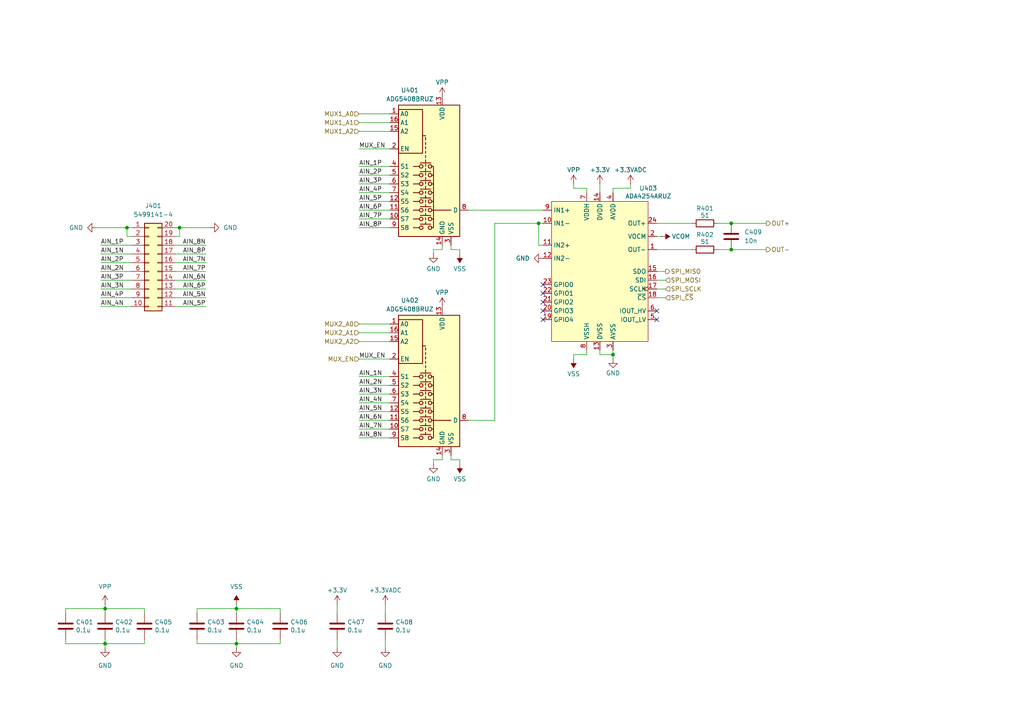
<source format=kicad_sch>
(kicad_sch (version 20231120) (generator "eeschema") (generator_version "8.0")
  (paper "A4")
  (lib_symbols
    (symbol "Analog_Switch:ADG1408YRUZ"
      (property "Reference" "U" (at -7.62 23.495 0))
      (property "Value" "ADG1408YRUZ" (at -7.62 21.59 0))
      (symbol "ADG1408YRUZ_0_0"
        (pin power_in line (at 5.08 -20.32 90) (length 2.54) (name "GND") (number "14"))
      )
      (symbol "ADG1408YRUZ_0_1"
        (rectangle (start -7.62 6.35) (end -0.635 19.05) (stroke (width 0.254)))
        (rectangle (start -7.62 20.32) (end 10.16 -17.78) (stroke (width 0.254)) (fill (type background)))
        (circle (center -1.016 -15.24) (radius 0.508) (stroke (width 0.254)))
        (circle (center -1.016 -12.7) (radius 0.508) (stroke (width 0.254)))
        (circle (center -1.016 -10.16) (radius 0.508) (stroke (width 0.254)))
        (circle (center -1.016 -7.62) (radius 0.508) (stroke (width 0.254)))
        (circle (center -1.016 -5.08) (radius 0.508) (stroke (width 0.254)))
        (circle (center -1.016 -2.54) (radius 0.508) (stroke (width 0.254)))
        (circle (center -1.016 0) (radius 0.508) (stroke (width 0.254)))
        (circle (center -1.016 2.54) (radius 0.508) (stroke (width 0.254)))
        (polyline (pts (xy -1.524 -15.24) (xy -3.302 -15.24)) (stroke (width 0.254)))
        (polyline (pts (xy -1.524 -12.7) (xy -3.302 -12.7)) (stroke (width 0.254)))
        (polyline (pts (xy -1.524 -10.16) (xy -3.302 -10.16)) (stroke (width 0.254)))
        (polyline (pts (xy -1.524 -7.62) (xy -3.302 -7.62)) (stroke (width 0.254)))
        (polyline (pts (xy -1.524 -5.08) (xy -3.302 -5.08)) (stroke (width 0.254)))
        (polyline (pts (xy -1.524 -2.54) (xy -3.302 -2.54)) (stroke (width 0.254)))
        (polyline (pts (xy -1.524 0) (xy -3.302 0)) (stroke (width 0.254)))
        (polyline (pts (xy -1.524 2.54) (xy -3.302 2.54)) (stroke (width 0.254)))
        (polyline (pts (xy -1.27 -14.224) (xy 1.778 -14.224)) (stroke (width 0.254)))
        (polyline (pts (xy -1.27 -11.684) (xy 1.778 -11.684)) (stroke (width 0.254)))
        (polyline (pts (xy -1.27 -9.144) (xy 1.778 -9.144)) (stroke (width 0.254)))
        (polyline (pts (xy -1.27 -6.604) (xy 1.778 -6.604)) (stroke (width 0.254)))
        (polyline (pts (xy -1.27 -4.064) (xy 1.778 -4.064)) (stroke (width 0.254)))
        (polyline (pts (xy -1.27 -1.524) (xy 1.778 -1.524)) (stroke (width 0.254)))
        (polyline (pts (xy -1.27 1.016) (xy 1.778 1.016)) (stroke (width 0.254)))
        (polyline (pts (xy -1.27 3.556) (xy 1.778 3.556)) (stroke (width 0.254)))
        (polyline (pts (xy -0.635 11.43) (xy 0 11.43)) (stroke (width 0.254)))
        (polyline (pts (xy 0.254 -14.224) (xy 0.254 -13.589)) (stroke (width 0.254)))
        (polyline (pts (xy 0.254 -12.954) (xy 0.254 -12.319)) (stroke (width 0.254)))
        (polyline (pts (xy 0.254 -11.684) (xy 0.254 -11.049)) (stroke (width 0.254)))
        (polyline (pts (xy 0.254 -10.414) (xy 0.254 -9.779)) (stroke (width 0.254)))
        (polyline (pts (xy 0.254 -9.144) (xy 0.254 -8.509)) (stroke (width 0.254)))
        (polyline (pts (xy 0.254 -7.874) (xy 0.254 -7.239)) (stroke (width 0.254)))
        (polyline (pts (xy 0.254 -6.604) (xy 0.254 -5.969)) (stroke (width 0.254)))
        (polyline (pts (xy 0.254 -6.604) (xy 0.254 -5.969)) (stroke (width 0.254)))
        (polyline (pts (xy 0.254 -5.334) (xy 0.254 -4.699)) (stroke (width 0.254)))
        (polyline (pts (xy 0.254 -3.81) (xy 0.254 -3.175)) (stroke (width 0.254)))
        (polyline (pts (xy 0.254 -2.54) (xy 0.254 -1.905)) (stroke (width 0.254)))
        (polyline (pts (xy 0.254 -1.27) (xy 0.254 -0.635)) (stroke (width 0.254)))
        (polyline (pts (xy 0.254 0) (xy 0.254 0.635)) (stroke (width 0.254)))
        (polyline (pts (xy 0.254 1.27) (xy 0.254 1.905)) (stroke (width 0.254)))
        (polyline (pts (xy 0.254 2.54) (xy 0.254 3.175)) (stroke (width 0.254)))
        (polyline (pts (xy 0.254 3.81) (xy 0.254 4.445)) (stroke (width 0.254)))
        (polyline (pts (xy 0.254 5.08) (xy 0.254 5.715)) (stroke (width 0.254)))
        (polyline (pts (xy 0.254 6.35) (xy 0.254 6.985)) (stroke (width 0.254)))
        (polyline (pts (xy 0.254 7.62) (xy 0.254 8.255)) (stroke (width 0.254)))
        (polyline (pts (xy 0.254 8.89) (xy 0.254 9.525)) (stroke (width 0.254)))
        (polyline (pts (xy 0.254 10.16) (xy 0.254 10.922)) (stroke (width 0.254)))
        (polyline (pts (xy 0.254 11.43) (xy 0 11.43)) (stroke (width 0.254)))
        (polyline (pts (xy 2.032 -12.7) (xy 2.54 -12.7)) (stroke (width 0.254)))
        (polyline (pts (xy 2.032 -10.16) (xy 2.54 -10.16)) (stroke (width 0.254)))
        (polyline (pts (xy 2.032 -7.62) (xy 2.54 -7.62)) (stroke (width 0.254)))
        (polyline (pts (xy 2.032 -5.08) (xy 2.54 -5.08)) (stroke (width 0.254)))
        (polyline (pts (xy 2.032 -2.54) (xy 2.54 -2.54)) (stroke (width 0.254)))
        (polyline (pts (xy 2.032 0) (xy 2.54 0)) (stroke (width 0.254)))
        (polyline (pts (xy 2.54 -10.16) (xy 7.62 -10.16)) (stroke (width 0.254)))
        (polyline (pts (xy 1.905 2.54) (xy 2.54 2.54) (xy 2.54 -15.24) (xy 1.905 -15.24)) (stroke (width 0.254)))
        (circle (center 1.524 -15.24) (radius 0.508) (stroke (width 0.254)))
        (circle (center 1.524 -12.7) (radius 0.508) (stroke (width 0.254)))
        (circle (center 1.524 -10.16) (radius 0.508) (stroke (width 0.254)))
        (circle (center 1.524 -7.62) (radius 0.508) (stroke (width 0.254)))
        (circle (center 1.524 -5.08) (radius 0.508) (stroke (width 0.254)))
        (circle (center 1.524 -2.54) (radius 0.508) (stroke (width 0.254)))
        (circle (center 1.524 0) (radius 0.508) (stroke (width 0.254)))
        (circle (center 1.524 2.54) (radius 0.508) (stroke (width 0.254)))
      )
      (symbol "ADG1408YRUZ_1_1"
        (pin input line (at -10.16 17.78 0) (length 2.54) (name "A0") (number "1"))
        (pin bidirectional line (at -10.16 -12.7 0) (length 2.54) (name "S7") (number "10"))
        (pin bidirectional line (at -10.16 -10.16 0) (length 2.54) (name "S6") (number "11"))
        (pin bidirectional line (at -10.16 -7.62 0) (length 2.54) (name "S5") (number "12"))
        (pin power_in line (at 5.08 22.86 270) (length 2.54) (name "VDD") (number "13"))
        (pin input line (at -10.16 12.7 0) (length 2.54) (name "A2") (number "15"))
        (pin input line (at -10.16 15.24 0) (length 2.54) (name "A1") (number "16"))
        (pin input line (at -10.16 7.62 0) (length 2.54) (name "EN") (number "2"))
        (pin power_in line (at 7.62 -20.32 90) (length 2.54) (name "VSS") (number "3"))
        (pin bidirectional line (at -10.16 2.54 0) (length 2.54) (name "S1") (number "4"))
        (pin bidirectional line (at -10.16 0 0) (length 2.54) (name "S2") (number "5"))
        (pin bidirectional line (at -10.16 -2.54 0) (length 2.54) (name "S3") (number "6"))
        (pin bidirectional line (at -10.16 -5.08 0) (length 2.54) (name "S4") (number "7"))
        (pin bidirectional line (at 12.7 -10.16 180) (length 2.54) (name "D") (number "8"))
        (pin bidirectional line (at -10.16 -15.24 0) (length 2.54) (name "S8") (number "9"))
      )
    )
    (symbol "Connector_Generic:Conn_02x10_Counter_Clockwise" (pin_names (offset 1.016) hide)
      (property "Reference" "J" (at 1.27 12.7 0))
      (property "Value" "Conn_02x10_Counter_Clockwise" (at 1.27 -15.24 0))
      (symbol "Conn_02x10_Counter_Clockwise_1_1"
        (rectangle (start -1.27 -12.573) (end 0 -12.827) (stroke (width 0.1524)))
        (rectangle (start -1.27 -10.033) (end 0 -10.287) (stroke (width 0.1524)))
        (rectangle (start -1.27 -7.493) (end 0 -7.747) (stroke (width 0.1524)))
        (rectangle (start -1.27 -4.953) (end 0 -5.207) (stroke (width 0.1524)))
        (rectangle (start -1.27 -2.413) (end 0 -2.667) (stroke (width 0.1524)))
        (rectangle (start -1.27 0.127) (end 0 -0.127) (stroke (width 0.1524)))
        (rectangle (start -1.27 2.667) (end 0 2.413) (stroke (width 0.1524)))
        (rectangle (start -1.27 5.207) (end 0 4.953) (stroke (width 0.1524)))
        (rectangle (start -1.27 7.747) (end 0 7.493) (stroke (width 0.1524)))
        (rectangle (start -1.27 10.287) (end 0 10.033) (stroke (width 0.1524)))
        (rectangle (start -1.27 11.43) (end 3.81 -13.97) (stroke (width 0.254)) (fill (type background)))
        (rectangle (start 3.81 -12.573) (end 2.54 -12.827) (stroke (width 0.1524)))
        (rectangle (start 3.81 -10.033) (end 2.54 -10.287) (stroke (width 0.1524)))
        (rectangle (start 3.81 -7.493) (end 2.54 -7.747) (stroke (width 0.1524)))
        (rectangle (start 3.81 -4.953) (end 2.54 -5.207) (stroke (width 0.1524)))
        (rectangle (start 3.81 -2.413) (end 2.54 -2.667) (stroke (width 0.1524)))
        (rectangle (start 3.81 0.127) (end 2.54 -0.127) (stroke (width 0.1524)))
        (rectangle (start 3.81 2.667) (end 2.54 2.413) (stroke (width 0.1524)))
        (rectangle (start 3.81 5.207) (end 2.54 4.953) (stroke (width 0.1524)))
        (rectangle (start 3.81 7.747) (end 2.54 7.493) (stroke (width 0.1524)))
        (rectangle (start 3.81 10.287) (end 2.54 10.033) (stroke (width 0.1524)))
        (pin passive line (at -5.08 10.16 0) (length 3.81) (name "Pin_1") (number "1"))
        (pin passive line (at -5.08 -12.7 0) (length 3.81) (name "Pin_10") (number "10"))
        (pin passive line (at 7.62 -12.7 180) (length 3.81) (name "Pin_11") (number "11"))
        (pin passive line (at 7.62 -10.16 180) (length 3.81) (name "Pin_12") (number "12"))
        (pin passive line (at 7.62 -7.62 180) (length 3.81) (name "Pin_13") (number "13"))
        (pin passive line (at 7.62 -5.08 180) (length 3.81) (name "Pin_14") (number "14"))
        (pin passive line (at 7.62 -2.54 180) (length 3.81) (name "Pin_15") (number "15"))
        (pin passive line (at 7.62 0 180) (length 3.81) (name "Pin_16") (number "16"))
        (pin passive line (at 7.62 2.54 180) (length 3.81) (name "Pin_17") (number "17"))
        (pin passive line (at 7.62 5.08 180) (length 3.81) (name "Pin_18") (number "18"))
        (pin passive line (at 7.62 7.62 180) (length 3.81) (name "Pin_19") (number "19"))
        (pin passive line (at -5.08 7.62 0) (length 3.81) (name "Pin_2") (number "2"))
        (pin passive line (at 7.62 10.16 180) (length 3.81) (name "Pin_20") (number "20"))
        (pin passive line (at -5.08 5.08 0) (length 3.81) (name "Pin_3") (number "3"))
        (pin passive line (at -5.08 2.54 0) (length 3.81) (name "Pin_4") (number "4"))
        (pin passive line (at -5.08 0 0) (length 3.81) (name "Pin_5") (number "5"))
        (pin passive line (at -5.08 -2.54 0) (length 3.81) (name "Pin_6") (number "6"))
        (pin passive line (at -5.08 -5.08 0) (length 3.81) (name "Pin_7") (number "7"))
        (pin passive line (at -5.08 -7.62 0) (length 3.81) (name "Pin_8") (number "8"))
        (pin passive line (at -5.08 -10.16 0) (length 3.81) (name "Pin_9") (number "9"))
      )
    )
    (symbol "Device:C" (pin_numbers hide) (pin_names (offset 0.254))
      (property "Reference" "C" (at 0.635 2.54 0))
      (property "Value" "C" (at 0.635 -2.54 0))
      (symbol "C_0_1"
        (polyline (pts (xy -2.032 -0.762) (xy 2.032 -0.762)) (stroke (width 0.508)))
        (polyline (pts (xy -2.032 0.762) (xy 2.032 0.762)) (stroke (width 0.508)))
      )
      (symbol "C_1_1"
        (pin passive line (at 0 3.81 270) (length 2.794) (name "~") (number "1"))
        (pin passive line (at 0 -3.81 90) (length 2.794) (name "~") (number "2"))
      )
    )
    (symbol "Device:R" (pin_numbers hide) (pin_names (offset 0))
      (property "Reference" "R" (at 2.032 0 90))
      (property "Value" "R" (at 0 0 90))
      (symbol "R_0_1"
        (rectangle (start -1.016 -2.54) (end 1.016 2.54) (stroke (width 0.254)))
      )
      (symbol "R_1_1"
        (pin passive line (at 0 3.81 270) (length 1.27) (name "~") (number "1"))
        (pin passive line (at 0 -3.81 90) (length 1.27) (name "~") (number "2"))
      )
    )
    (symbol "ETH16CDAQ1:ADA4254ARUZ"
      (property "Reference" "U" (at -12.7 21.59 0))
      (property "Value" "ADA4254ARUZ" (at 11.684 21.844 0))
      (symbol "ADA4254ARUZ_0_0"
        (pin output line (at 16.51 6.35 180) (length 2.54) (name "OUT-") (number "1"))
        (pin input line (at -16.51 13.97 0) (length 2.54) (name "IN1-") (number "10"))
        (pin input line (at -16.51 7.62 0) (length 2.54) (name "IN2+") (number "11"))
        (pin input line (at -16.51 3.81 0) (length 2.54) (name "IN2-") (number "12"))
        (pin power_in line (at 0 -22.86 90) (length 2.54) (name "DVSS") (number "13"))
        (pin power_in line (at 0 22.86 270) (length 2.54) (name "DVDD") (number "14"))
        (pin output line (at 16.51 0 180) (length 2.54) (name "SDO") (number "15"))
        (pin input line (at 16.51 -2.54 180) (length 2.54) (name "SDI") (number "16"))
        (pin input clock (at 16.51 -5.08 180) (length 2.54) (name "SCLK") (number "17"))
        (pin bidirectional line (at -16.51 -13.97 0) (length 2.54) (name "GPIO4") (number "19"))
        (pin power_in line (at 16.51 10.16 180) (length 2.54) (name "VOCM") (number "2"))
        (pin bidirectional line (at -16.51 -11.43 0) (length 2.54) (name "GPIO3") (number "20"))
        (pin bidirectional line (at -16.51 -8.89 0) (length 2.54) (name "GPIO2") (number "21"))
        (pin bidirectional line (at -16.51 -6.35 0) (length 2.54) (name "GPIO1") (number "22"))
        (pin bidirectional line (at -16.51 -3.81 0) (length 2.54) (name "GPIO0") (number "23"))
        (pin output line (at 16.51 13.97 180) (length 2.54) (name "OUT+") (number "24"))
        (pin power_in line (at 3.81 -22.86 90) (length 2.54) (name "AVSS") (number "3"))
        (pin power_in line (at 3.81 22.86 270) (length 2.54) (name "AVDD") (number "4"))
        (pin output line (at 16.51 -13.97 180) (length 2.54) (name "IOUT_LV") (number "5"))
        (pin output line (at 16.51 -11.43 180) (length 2.54) (name "IOUT_HV") (number "6"))
        (pin power_in line (at -3.81 22.86 270) (length 2.54) (name "VDDH") (number "7"))
        (pin power_in line (at -3.81 -22.86 90) (length 2.54) (name "VSSH") (number "8"))
        (pin input line (at -16.51 17.78 0) (length 2.54) (name "IN1+") (number "9"))
      )
      (symbol "ADA4254ARUZ_1_0"
        (pin input line (at 16.51 -7.62 180) (length 2.54) (name "~{CS}") (number "18"))
      )
      (symbol "ADA4254ARUZ_1_1"
        (rectangle (start -13.97 20.32) (end 13.97 -20.32) (fill (type background)))
      )
    )
    (symbol "power:+3.3V" (power) (pin_numbers hide) (pin_names (offset 0) hide)
      (property "Value" "+3.3V" (at 0 3.556 0))
      (symbol "+3.3V_0_1"
        (polyline (pts (xy -0.762 1.27) (xy 0 2.54)))
        (polyline (pts (xy 0 0) (xy 0 2.54)))
        (polyline (pts (xy 0 2.54) (xy 0.762 1.27)))
      )
      (symbol "+3.3V_1_1"
        (pin power_in line (at 0 0 90) (length 0) (name "~") (number "1"))
      )
    )
    (symbol "power:+3.3VADC" (power) (pin_numbers hide) (pin_names (offset 0) hide)
      (property "Value" "+3.3VADC" (at 0 3.556 0))
      (symbol "+3.3VADC_0_0"
        (pin power_in line (at 0 0 90) (length 0) (name "~") (number "1"))
      )
      (symbol "+3.3VADC_0_1"
        (polyline (pts (xy -0.762 1.27) (xy 0 2.54)))
        (polyline (pts (xy 0 0) (xy 0 2.54)))
        (polyline (pts (xy 0 2.54) (xy 0.762 1.27)))
      )
    )
    (symbol "power:GND" (power) (pin_numbers hide) (pin_names (offset 0) hide)
      (property "Value" "GND" (at 0 -3.81 0))
      (symbol "GND_0_1"
        (polyline (pts (xy 0 0) (xy 0 -1.27) (xy 1.27 -1.27) (xy 0 -2.54) (xy -1.27 -1.27) (xy 0 -1.27)))
      )
      (symbol "GND_1_1"
        (pin power_in line (at 0 0 270) (length 0) (name "~") (number "1"))
      )
    )
    (symbol "power:VCOM" (power) (pin_numbers hide) (pin_names (offset 0) hide)
      (property "Value" "VCOM" (at 0 3.556 0))
      (symbol "VCOM_0_1"
        (polyline (pts (xy 0 0) (xy 0 2.54)))
        (polyline (pts (xy 0.762 1.27) (xy -0.762 1.27) (xy 0 2.54) (xy 0.762 1.27)) (fill (type outline)))
      )
      (symbol "VCOM_1_1"
        (pin power_in line (at 0 0 90) (length 0) (name "~") (number "1"))
      )
    )
    (symbol "power:VPP" (power) (pin_numbers hide) (pin_names (offset 0) hide)
      (property "Value" "VPP" (at 0 3.556 0))
      (symbol "VPP_0_1"
        (polyline (pts (xy -0.762 1.27) (xy 0 2.54)))
        (polyline (pts (xy 0 0) (xy 0 2.54)))
        (polyline (pts (xy 0 2.54) (xy 0.762 1.27)))
      )
      (symbol "VPP_1_1"
        (pin power_in line (at 0 0 90) (length 0) (name "~") (number "1"))
      )
    )
    (symbol "power:VSS" (power) (pin_numbers hide) (pin_names (offset 0) hide)
      (property "Value" "VSS" (at 0 3.556 0))
      (symbol "VSS_0_1"
        (polyline (pts (xy 0 0) (xy 0 2.54)))
        (polyline (pts (xy 0.762 1.27) (xy -0.762 1.27) (xy 0 2.54) (xy 0.762 1.27)) (fill (type outline)))
      )
      (symbol "VSS_1_1"
        (pin power_in line (at 0 0 90) (length 0) (name "~") (number "1"))
      )
    )
  )
  (junction (at 68.58 176.53))
  (junction (at 212.09 64.77))
  (junction (at 36.83 66.04))
  (junction (at 68.58 186.69))
  (junction (at 212.09 72.39))
  (junction (at 177.8 102.87))
  (junction (at 156.21 64.77))
  (junction (at 30.48 176.53))
  (junction (at 52.07 66.04))
  (junction (at 30.48 186.69))
  (no_connect (at 190.5 92.71))
  (no_connect (at 157.48 85.09))
  (no_connect (at 190.5 90.17))
  (no_connect (at 157.48 82.55))
  (no_connect (at 157.48 92.71))
  (no_connect (at 157.48 90.17))
  (no_connect (at 157.48 87.63))
  (wire (pts (xy 166.37 102.87) (xy 170.18 102.87)))
  (wire (pts (xy 57.15 176.53) (xy 68.58 176.53)))
  (wire (pts (xy 104.14 116.84) (xy 113.03 116.84)))
  (wire (pts (xy 170.18 101.6) (xy 170.18 102.87)))
  (wire (pts (xy 104.14 96.52) (xy 113.03 96.52)))
  (wire (pts (xy 19.05 185.42) (xy 19.05 186.69)))
  (wire (pts (xy 68.58 186.69) (xy 57.15 186.69)))
  (wire (pts (xy 177.8 102.87) (xy 177.8 104.14)))
  (wire (pts (xy 177.8 55.88) (xy 177.8 54.61)))
  (wire (pts (xy 104.14 99.06) (xy 113.03 99.06)))
  (wire (pts (xy 125.73 134.62) (xy 125.73 133.35)))
  (wire (pts (xy 59.69 86.36) (xy 50.8 86.36)))
  (wire (pts (xy 68.58 176.53) (xy 81.28 176.53)))
  (wire (pts (xy 190.5 78.74) (xy 193.04 78.74)))
  (wire (pts (xy 143.51 121.92) (xy 143.51 64.77)))
  (wire (pts (xy 173.99 101.6) (xy 173.99 102.87)))
  (wire (pts (xy 125.73 72.39) (xy 128.27 72.39)))
  (wire (pts (xy 104.14 124.46) (xy 113.03 124.46)))
  (wire (pts (xy 104.14 121.92) (xy 113.03 121.92)))
  (wire (pts (xy 104.14 33.02) (xy 113.03 33.02)))
  (wire (pts (xy 104.14 50.8) (xy 113.03 50.8)))
  (wire (pts (xy 135.89 121.92) (xy 143.51 121.92)))
  (wire (pts (xy 52.07 68.58) (xy 52.07 66.04)))
  (wire (pts (xy 104.14 35.56) (xy 113.03 35.56)))
  (wire (pts (xy 190.5 64.77) (xy 200.66 64.77)))
  (wire (pts (xy 27.94 66.04) (xy 36.83 66.04)))
  (wire (pts (xy 59.69 78.74) (xy 50.8 78.74)))
  (wire (pts (xy 104.14 114.3) (xy 113.03 114.3)))
  (wire (pts (xy 111.76 185.42) (xy 111.76 187.96)))
  (wire (pts (xy 41.91 186.69) (xy 30.48 186.69)))
  (wire (pts (xy 41.91 176.53) (xy 41.91 177.8)))
  (wire (pts (xy 170.18 54.61) (xy 166.37 54.61)))
  (wire (pts (xy 68.58 186.69) (xy 68.58 187.96)))
  (wire (pts (xy 143.51 64.77) (xy 156.21 64.77)))
  (wire (pts (xy 104.14 119.38) (xy 113.03 119.38)))
  (wire (pts (xy 104.14 53.34) (xy 113.03 53.34)))
  (wire (pts (xy 50.8 68.58) (xy 52.07 68.58)))
  (wire (pts (xy 128.27 71.12) (xy 128.27 72.39)))
  (wire (pts (xy 156.21 64.77) (xy 157.48 64.77)))
  (wire (pts (xy 60.96 66.04) (xy 52.07 66.04)))
  (wire (pts (xy 212.09 64.77) (xy 222.25 64.77)))
  (wire (pts (xy 59.69 73.66) (xy 50.8 73.66)))
  (wire (pts (xy 208.28 64.77) (xy 212.09 64.77)))
  (wire (pts (xy 104.14 93.98) (xy 113.03 93.98)))
  (wire (pts (xy 68.58 185.42) (xy 68.58 186.69)))
  (wire (pts (xy 135.89 60.96) (xy 157.48 60.96)))
  (wire (pts (xy 36.83 66.04) (xy 36.83 68.58)))
  (wire (pts (xy 81.28 186.69) (xy 68.58 186.69)))
  (wire (pts (xy 68.58 175.26) (xy 68.58 176.53)))
  (wire (pts (xy 104.14 66.04) (xy 113.03 66.04)))
  (wire (pts (xy 212.09 72.39) (xy 222.25 72.39)))
  (wire (pts (xy 29.21 86.36) (xy 38.1 86.36)))
  (wire (pts (xy 156.21 71.12) (xy 156.21 64.77)))
  (wire (pts (xy 104.14 111.76) (xy 113.03 111.76)))
  (wire (pts (xy 104.14 109.22) (xy 113.03 109.22)))
  (wire (pts (xy 190.5 86.36) (xy 193.04 86.36)))
  (wire (pts (xy 166.37 104.14) (xy 166.37 102.87)))
  (wire (pts (xy 81.28 185.42) (xy 81.28 186.69)))
  (wire (pts (xy 133.35 134.62) (xy 133.35 133.35)))
  (wire (pts (xy 104.14 38.1) (xy 113.03 38.1)))
  (wire (pts (xy 104.14 43.18) (xy 113.03 43.18)))
  (wire (pts (xy 177.8 101.6) (xy 177.8 102.87)))
  (wire (pts (xy 104.14 60.96) (xy 113.03 60.96)))
  (wire (pts (xy 104.14 58.42) (xy 113.03 58.42)))
  (wire (pts (xy 190.5 72.39) (xy 200.66 72.39)))
  (wire (pts (xy 104.14 55.88) (xy 113.03 55.88)))
  (wire (pts (xy 166.37 53.34) (xy 166.37 54.61)))
  (wire (pts (xy 133.35 133.35) (xy 130.81 133.35)))
  (wire (pts (xy 30.48 186.69) (xy 19.05 186.69)))
  (wire (pts (xy 59.69 81.28) (xy 50.8 81.28)))
  (wire (pts (xy 81.28 176.53) (xy 81.28 177.8)))
  (wire (pts (xy 19.05 176.53) (xy 30.48 176.53)))
  (wire (pts (xy 29.21 73.66) (xy 38.1 73.66)))
  (wire (pts (xy 29.21 83.82) (xy 38.1 83.82)))
  (wire (pts (xy 41.91 185.42) (xy 41.91 186.69)))
  (wire (pts (xy 29.21 78.74) (xy 38.1 78.74)))
  (wire (pts (xy 30.48 186.69) (xy 30.48 187.96)))
  (wire (pts (xy 59.69 76.2) (xy 50.8 76.2)))
  (wire (pts (xy 182.88 53.34) (xy 182.88 54.61)))
  (wire (pts (xy 128.27 132.08) (xy 128.27 133.35)))
  (wire (pts (xy 104.14 127) (xy 113.03 127)))
  (wire (pts (xy 36.83 66.04) (xy 38.1 66.04)))
  (wire (pts (xy 57.15 185.42) (xy 57.15 186.69)))
  (wire (pts (xy 57.15 177.8) (xy 57.15 176.53)))
  (wire (pts (xy 19.05 177.8) (xy 19.05 176.53)))
  (wire (pts (xy 97.79 175.26) (xy 97.79 177.8)))
  (wire (pts (xy 157.48 71.12) (xy 156.21 71.12)))
  (wire (pts (xy 29.21 81.28) (xy 38.1 81.28)))
  (wire (pts (xy 177.8 54.61) (xy 182.88 54.61)))
  (wire (pts (xy 29.21 88.9) (xy 38.1 88.9)))
  (wire (pts (xy 104.14 63.5) (xy 113.03 63.5)))
  (wire (pts (xy 68.58 176.53) (xy 68.58 177.8)))
  (wire (pts (xy 130.81 71.12) (xy 130.81 72.39)))
  (wire (pts (xy 130.81 132.08) (xy 130.81 133.35)))
  (wire (pts (xy 104.14 48.26) (xy 113.03 48.26)))
  (wire (pts (xy 125.73 133.35) (xy 128.27 133.35)))
  (wire (pts (xy 38.1 68.58) (xy 36.83 68.58)))
  (wire (pts (xy 133.35 72.39) (xy 130.81 72.39)))
  (wire (pts (xy 30.48 176.53) (xy 41.91 176.53)))
  (wire (pts (xy 59.69 88.9) (xy 50.8 88.9)))
  (wire (pts (xy 59.69 83.82) (xy 50.8 83.82)))
  (wire (pts (xy 29.21 71.12) (xy 38.1 71.12)))
  (wire (pts (xy 173.99 53.34) (xy 173.99 55.88)))
  (wire (pts (xy 125.73 73.66) (xy 125.73 72.39)))
  (wire (pts (xy 104.14 104.14) (xy 113.03 104.14)))
  (wire (pts (xy 190.5 83.82) (xy 193.04 83.82)))
  (wire (pts (xy 52.07 66.04) (xy 50.8 66.04)))
  (wire (pts (xy 190.5 81.28) (xy 193.04 81.28)))
  (wire (pts (xy 30.48 185.42) (xy 30.48 186.69)))
  (wire (pts (xy 59.69 71.12) (xy 50.8 71.12)))
  (wire (pts (xy 190.5 68.58) (xy 191.77 68.58)))
  (wire (pts (xy 29.21 76.2) (xy 38.1 76.2)))
  (wire (pts (xy 30.48 176.53) (xy 30.48 177.8)))
  (wire (pts (xy 97.79 185.42) (xy 97.79 187.96)))
  (wire (pts (xy 170.18 55.88) (xy 170.18 54.61)))
  (wire (pts (xy 30.48 175.26) (xy 30.48 176.53)))
  (wire (pts (xy 177.8 102.87) (xy 173.99 102.87)))
  (wire (pts (xy 208.28 72.39) (xy 212.09 72.39)))
  (wire (pts (xy 133.35 73.66) (xy 133.35 72.39)))
  (wire (pts (xy 111.76 175.26) (xy 111.76 177.8)))
  (label "AIN_8P" (at 59.69 73.66 180))
  (label "AIN_8P" (at 104.14 66.04 0))
  (label "AIN_2N" (at 104.14 111.76 0))
  (label "AIN_3P" (at 104.14 53.34 0))
  (label "AIN_6P" (at 59.69 83.82 180))
  (label "AIN_7N" (at 104.14 124.46 0))
  (label "AIN_6N" (at 59.69 81.28 180))
  (label "AIN_3N" (at 29.21 83.82 0))
  (label "AIN_1P" (at 104.14 48.26 0))
  (label "MUX_EN" (at 104.14 104.14 0))
  (label "AIN_2N" (at 29.21 78.74 0))
  (label "AIN_6P" (at 104.14 60.96 0))
  (label "AIN_4P" (at 104.14 55.88 0))
  (label "AIN_5P" (at 59.69 88.9 180))
  (label "AIN_1N" (at 104.14 109.22 0))
  (label "AIN_8N" (at 59.69 71.12 180))
  (label "AIN_1P" (at 29.21 71.12 0))
  (label "AIN_7P" (at 104.14 63.5 0))
  (label "AIN_8N" (at 104.14 127 0))
  (label "AIN_5N" (at 59.69 86.36 180))
  (label "AIN_4N" (at 29.21 88.9 0))
  (label "AIN_5P" (at 104.14 58.42 0))
  (label "AIN_6N" (at 104.14 121.92 0))
  (label "AIN_5N" (at 104.14 119.38 0))
  (label "AIN_3P" (at 29.21 81.28 0))
  (label "MUX_EN" (at 104.14 43.18 0))
  (label "AIN_7P" (at 59.69 78.74 180))
  (label "AIN_1N" (at 29.21 73.66 0))
  (label "AIN_4P" (at 29.21 86.36 0))
  (label "AIN_2P" (at 29.21 76.2 0))
  (label "AIN_2P" (at 104.14 50.8 0))
  (label "AIN_3N" (at 104.14 114.3 0))
  (label "AIN_4N" (at 104.14 116.84 0))
  (label "AIN_7N" (at 59.69 76.2 180))
  (hierarchical_label "MUX1_A2" (shape input) (at 104.14 38.1 180))
  (hierarchical_label "MUX1_A0" (shape input) (at 104.14 33.02 180))
  (hierarchical_label "OUT-" (shape output) (at 222.25 72.39 0))
  (hierarchical_label "MUX2_A0" (shape input) (at 104.14 93.98 180))
  (hierarchical_label "OUT+" (shape output) (at 222.25 64.77 0))
  (hierarchical_label "SPI_SCLK" (shape input) (at 193.04 83.82 0))
  (hierarchical_label "SPI_MOSI" (shape input) (at 193.04 81.28 0))
  (hierarchical_label "MUX2_A2" (shape input) (at 104.14 99.06 180))
  (hierarchical_label "MUX1_A1" (shape input) (at 104.14 35.56 180))
  (hierarchical_label "MUX2_A1" (shape input) (at 104.14 96.52 180))
  (hierarchical_label "SPI_~{CS}" (shape input) (at 193.04 86.36 0))
  (hierarchical_label "MUX_EN" (shape input) (at 104.14 104.14 180))
  (hierarchical_label "SPI_MISO" (shape output) (at 193.04 78.74 0))
  (symbol (lib_id "Device:R") (at 204.47 64.77 90) (unit 1)
    (property "Reference" "R401" (at 204.47 60.452 90))
    (property "Value" "51" (at 204.47 62.484 90))
    (property "Footprint" "Resistor_SMD:R_0603_1608Metric_Pad0.98x0.95mm_HandSolder" (effects (hide yes)))
    (property "Description" "Resistor" (effects (hide yes)))
  )
  (symbol (lib_id "Analog_Switch:ADG1408YRUZ") (at 123.19 50.8 0) (unit 1)
    (property "Reference" "U401" (at 118.872 26.162 0))
    (property "Value" "ADG5408BRUZ" (at 118.872 28.702 0))
    (property "Footprint" "Package_SO:TSSOP-16_4.4x5mm_P0.65mm" (effects (hide yes)))
    (property "Datasheet" "https://www.analog.com/media/en/technical-documentation/data-sheets/ADG1408_1409.pdf" (effects (hide yes)))
    (property "Description" "8-channel iCMOS analog multiplexer, 4.7 Ohm Ron, 60 MHz, TSSOP-16" (effects (hide yes)))
  )
  (symbol (lib_id "power:GND") (at 27.94 66.04 270) (unit 1)
    (property "Reference" "#PWR0407" (effects (hide yes)))
    (property "Value" "GND" (at 24.13 66.0399 90) (effects (justify right)))
    (property "Description" "Power symbol creates a global label with name \"GND\" , ground" (effects (hide yes)))
  )
  (symbol (lib_id "Device:C") (at 97.79 181.61 0) (unit 1)
    (property "Reference" "C407" (at 100.711 180.4416 0) (effects (justify left)))
    (property "Value" "0.1u" (at 100.711 182.753 0) (effects (justify left)))
    (property "Footprint" "Capacitor_SMD:C_0603_1608Metric_Pad1.08x0.95mm_HandSolder" (effects (hide yes)))
  )
  (symbol (lib_id "power:+3.3VADC") (at 111.76 175.26 0) (unit 1)
    (property "Reference" "#PWR0426" (effects (hide yes)))
    (property "Value" "+3.3VADC" (at 111.76 171.196 0))
    (property "Description" "Power symbol creates a global label with name \"+3.3VADC\"" (effects (hide yes)))
  )
  (symbol (lib_id "power:GND") (at 97.79 187.96 0) (unit 1)
    (property "Reference" "#PWR0422" (effects (hide yes)))
    (property "Value" "GND" (at 97.79 193.04 0))
    (property "Description" "Power symbol creates a global label with name \"GND\" , ground" (effects (hide yes)))
  )
  (symbol (lib_id "power:VPP") (at 30.48 175.26 0) (unit 1)
    (property "Reference" "#PWR0411" (effects (hide yes)))
    (property "Value" "VPP" (at 30.48 170.18 0))
    (property "Description" "Power symbol creates a global label with name \"VPP\"" (effects (hide yes)))
  )
  (symbol (lib_id "power:GND") (at 177.8 104.14 0) (unit 1)
    (property "Reference" "#PWR0413" (effects (hide yes)))
    (property "Value" "GND" (at 177.8 108.204 0))
    (property "Description" "Power symbol creates a global label with name \"GND\" , ground" (effects (hide yes)))
  )
  (symbol (lib_id "Device:C") (at 30.48 181.61 0) (unit 1)
    (property "Reference" "C402" (at 33.401 180.4416 0) (effects (justify left)))
    (property "Value" "0.1u" (at 33.401 182.753 0) (effects (justify left)))
    (property "Footprint" "Capacitor_SMD:C_0603_1608Metric_Pad1.08x0.95mm_HandSolder" (effects (hide yes)))
  )
  (symbol (lib_id "power:GND") (at 60.96 66.04 90) (unit 1)
    (property "Reference" "#PWR0410" (effects (hide yes)))
    (property "Value" "GND" (at 64.77 66.0401 90) (effects (justify right)))
    (property "Description" "Power symbol creates a global label with name \"GND\" , ground" (effects (hide yes)))
  )
  (symbol (lib_id "Device:C") (at 212.09 68.58 0) (unit 1)
    (property "Reference" "C409" (at 215.9 67.3099 0) (effects (justify left)))
    (property "Value" "10n" (at 215.9 69.8499 0) (effects (justify left)))
    (property "Footprint" "Capacitor_SMD:C_0603_1608Metric_Pad1.08x0.95mm_HandSolder" (effects (hide yes)))
    (property "Description" "Unpolarized capacitor" (effects (hide yes)))
  )
  (symbol (lib_id "Device:C") (at 68.58 181.61 0) (unit 1)
    (property "Reference" "C404" (at 71.501 180.4416 0) (effects (justify left)))
    (property "Value" "0.1u" (at 71.501 182.753 0) (effects (justify left)))
    (property "Footprint" "Capacitor_SMD:C_0603_1608Metric_Pad1.08x0.95mm_HandSolder" (effects (hide yes)))
  )
  (symbol (lib_id "power:+3.3V") (at 173.99 53.34 0) (unit 1)
    (property "Reference" "#PWR0416" (effects (hide yes)))
    (property "Value" "+3.3V" (at 173.99 49.276 0))
    (property "Description" "Power symbol creates a global label with name \"+3.3V\"" (effects (hide yes)))
  )
  (symbol (lib_id "power:VSS") (at 166.37 104.14 180) (unit 1)
    (property "Reference" "#PWR0419" (effects (hide yes)))
    (property "Value" "VSS" (at 166.37 108.458 0))
    (property "Description" "Power symbol creates a global label with name \"VSS\"" (effects (hide yes)))
  )
  (symbol (lib_id "power:+3.3V") (at 97.79 175.26 0) (unit 1)
    (property "Reference" "#PWR0423" (effects (hide yes)))
    (property "Value" "+3.3V" (at 97.79 171.196 0))
    (property "Description" "Power symbol creates a global label with name \"+3.3V\"" (effects (hide yes)))
  )
  (symbol (lib_id "power:GND") (at 30.48 187.96 0) (unit 1)
    (property "Reference" "#PWR0412" (effects (hide yes)))
    (property "Value" "GND" (at 30.48 193.04 0))
    (property "Description" "Power symbol creates a global label with name \"GND\" , ground" (effects (hide yes)))
  )
  (symbol (lib_id "power:VPP") (at 128.27 88.9 0) (unit 1)
    (property "Reference" "#PWR0405" (effects (hide yes)))
    (property "Value" "VPP" (at 128.27 84.836 0))
    (property "Description" "Power symbol creates a global label with name \"VPP\"" (effects (hide yes)))
  )
  (symbol (lib_id "power:VSS") (at 133.35 73.66 180) (unit 1)
    (property "Reference" "#PWR0402" (effects (hide yes)))
    (property "Value" "VSS" (at 133.35 77.978 0))
    (property "Description" "Power symbol creates a global label with name \"VSS\"" (effects (hide yes)))
  )
  (symbol (lib_id "power:+3.3VADC") (at 182.88 53.34 0) (unit 1)
    (property "Reference" "#PWR0417" (effects (hide yes)))
    (property "Value" "+3.3VADC" (at 182.88 49.276 0))
    (property "Description" "Power symbol creates a global label with name \"+3.3VADC\"" (effects (hide yes)))
  )
  (symbol (lib_id "power:GND") (at 125.73 73.66 0) (unit 1)
    (property "Reference" "#PWR0403" (effects (hide yes)))
    (property "Value" "GND" (at 125.73 77.978 0))
    (property "Description" "Power symbol creates a global label with name \"GND\" , ground" (effects (hide yes)))
  )
  (symbol (lib_id "Device:R") (at 204.47 72.39 90) (unit 1)
    (property "Reference" "R402" (at 204.47 68.072 90))
    (property "Value" "51" (at 204.47 70.104 90))
    (property "Footprint" "Resistor_SMD:R_0603_1608Metric_Pad0.98x0.95mm_HandSolder" (effects (hide yes)))
    (property "Description" "Resistor" (effects (hide yes)))
  )
  (symbol (lib_id "power:VPP") (at 166.37 53.34 0) (unit 1)
    (property "Reference" "#PWR0420" (effects (hide yes)))
    (property "Value" "VPP" (at 166.37 49.276 0))
    (property "Description" "Power symbol creates a global label with name \"VPP\"" (effects (hide yes)))
  )
  (symbol (lib_id "Connector_Generic:Conn_02x10_Counter_Clockwise") (at 43.18 76.2 0) (unit 1)
    (property "Reference" "J401" (at 44.45 59.69 0))
    (property "Value" "5499141-4" (at 44.45 62.23 0))
    (property "Footprint" "Connector_IDC:IDC-Header_2x10-1MP_P2.54mm_Latch_Horizontal" (effects (hide yes)))
    (property "Description" "Generic connector, double row, 02x10, counter clockwise pin numbering scheme (similar to DIP package numbering), script generated (kicad-library-utils/schlib/autogen/connector/)" (effects (hide yes)))
  )
  (symbol (lib_id "power:VSS") (at 133.35 134.62 180) (unit 1)
    (property "Reference" "#PWR0406" (effects (hide yes)))
    (property "Value" "VSS" (at 133.35 138.938 0))
    (property "Description" "Power symbol creates a global label with name \"VSS\"" (effects (hide yes)))
  )
  (symbol (lib_id "power:GND") (at 68.58 187.96 0) (unit 1)
    (property "Reference" "#PWR0414" (effects (hide yes)))
    (property "Value" "GND" (at 68.58 193.04 0))
    (property "Description" "Power symbol creates a global label with name \"GND\" , ground" (effects (hide yes)))
  )
  (symbol (lib_id "power:GND") (at 157.48 74.93 270) (unit 1)
    (property "Reference" "#PWR0418" (effects (hide yes)))
    (property "Value" "GND" (at 153.67 74.9299 90) (effects (justify right)))
    (property "Description" "Power symbol creates a global label with name \"GND\" , ground" (effects (hide yes)))
  )
  (symbol (lib_id "power:VSS") (at 68.58 175.26 0) (unit 1)
    (property "Reference" "#PWR0415" (effects (hide yes)))
    (property "Value" "VSS" (at 68.58 170.18 0))
    (property "Description" "Power symbol creates a global label with name \"VSS\"" (effects (hide yes)))
  )
  (symbol (lib_id "Device:C") (at 81.28 181.61 0) (unit 1)
    (property "Reference" "C406" (at 84.201 180.4416 0) (effects (justify left)))
    (property "Value" "0.1u" (at 84.201 182.753 0) (effects (justify left)))
    (property "Footprint" "Capacitor_SMD:C_0603_1608Metric_Pad1.08x0.95mm_HandSolder" (effects (hide yes)))
  )
  (symbol (lib_id "ETH16CDAQ1:ADA4254ARUZ") (at 173.99 78.74 0) (unit 1)
    (property "Reference" "U403" (at 185.42 54.61 0) (effects (justify left)))
    (property "Value" "ADA4254ARUZ" (at 181.356 56.896 0) (effects (justify left)))
    (property "Footprint" "Package_SO:TSSOP-24_4.4x7.8mm_P0.65mm" (effects (hide yes)))
    (property "Datasheet" "https://www.analog.com/media/en/technical-documentation/data-sheets/ada4254.pdf" (effects (hide yes)))
    (property "Description" "Zero Drift, High Voltage, Low Power, Programmable Gain Instrumentation Amplifier" (effects (hide yes)))
  )
  (symbol (lib_id "Device:C") (at 111.76 181.61 0) (unit 1)
    (property "Reference" "C408" (at 114.681 180.4416 0) (effects (justify left)))
    (property "Value" "0.1u" (at 114.681 182.753 0) (effects (justify left)))
    (property "Footprint" "Capacitor_SMD:C_0603_1608Metric_Pad1.08x0.95mm_HandSolder" (effects (hide yes)))
  )
  (symbol (lib_id "Device:C") (at 19.05 181.61 0) (unit 1)
    (property "Reference" "C401" (at 21.971 180.4416 0) (effects (justify left)))
    (property "Value" "0.1u" (at 21.971 182.753 0) (effects (justify left)))
    (property "Footprint" "Capacitor_SMD:C_0603_1608Metric_Pad1.08x0.95mm_HandSolder" (effects (hide yes)))
  )
  (symbol (lib_id "power:VCOM") (at 191.77 68.58 270) (unit 1)
    (property "Reference" "#PWR0421" (effects (hide yes)))
    (property "Value" "VCOM" (at 194.818 68.58 90) (effects (justify left)))
    (property "Description" "Power symbol creates a global label with name \"VCOM\"" (effects (hide yes)))
  )
  (symbol (lib_id "power:GND") (at 125.73 134.62 0) (unit 1)
    (property "Reference" "#PWR0404" (effects (hide yes)))
    (property "Value" "GND" (at 125.73 138.938 0))
    (property "Description" "Power symbol creates a global label with name \"GND\" , ground" (effects (hide yes)))
  )
  (symbol (lib_id "Analog_Switch:ADG1408YRUZ") (at 123.19 111.76 0) (unit 1)
    (property "Reference" "U402" (at 118.872 87.122 0))
    (property "Value" "ADG5408BRUZ" (at 118.872 89.662 0))
    (property "Footprint" "Package_SO:TSSOP-16_4.4x5mm_P0.65mm" (effects (hide yes)))
    (property "Datasheet" "https://www.analog.com/media/en/technical-documentation/data-sheets/ADG1408_1409.pdf" (effects (hide yes)))
    (property "Description" "8-channel iCMOS analog multiplexer, 4.7 Ohm Ron, 60 MHz, TSSOP-16" (effects (hide yes)))
  )
  (symbol (lib_id "power:VPP") (at 128.27 27.94 0) (unit 1)
    (property "Reference" "#PWR0401" (effects (hide yes)))
    (property "Value" "VPP" (at 128.27 23.876 0))
    (property "Description" "Power symbol creates a global label with name \"VPP\"" (effects (hide yes)))
  )
  (symbol (lib_id "Device:C") (at 57.15 181.61 0) (unit 1)
    (property "Reference" "C403" (at 60.071 180.4416 0) (effects (justify left)))
    (property "Value" "0.1u" (at 60.071 182.753 0) (effects (justify left)))
    (property "Footprint" "Capacitor_SMD:C_0603_1608Metric_Pad1.08x0.95mm_HandSolder" (effects (hide yes)))
  )
  (symbol (lib_id "power:GND") (at 111.76 187.96 0) (unit 1)
    (property "Reference" "#PWR0425" (effects (hide yes)))
    (property "Value" "GND" (at 111.76 193.04 0))
    (property "Description" "Power symbol creates a global label with name \"GND\" , ground" (effects (hide yes)))
  )
  (symbol (lib_id "Device:C") (at 41.91 181.61 0) (unit 1)
    (property "Reference" "C405" (at 44.831 180.4416 0) (effects (justify left)))
    (property "Value" "0.1u" (at 44.831 182.753 0) (effects (justify left)))
    (property "Footprint" "Capacitor_SMD:C_0603_1608Metric_Pad1.08x0.95mm_HandSolder" (effects (hide yes)))
  )
)
</source>
